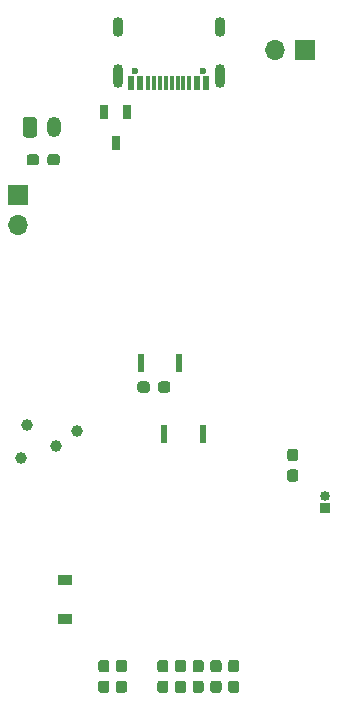
<source format=gbr>
%TF.GenerationSoftware,KiCad,Pcbnew,(5.99.0-2309-gaf729d578)*%
%TF.CreationDate,2020-07-18T18:02:02-04:00*%
%TF.ProjectId,mk2,6d6b322e-6b69-4636-9164-5f7063625858,rev?*%
%TF.SameCoordinates,Original*%
%TF.FileFunction,Soldermask,Bot*%
%TF.FilePolarity,Negative*%
%FSLAX46Y46*%
G04 Gerber Fmt 4.6, Leading zero omitted, Abs format (unit mm)*
G04 Created by KiCad (PCBNEW (5.99.0-2309-gaf729d578)) date 2020-07-18 18:02:02*
%MOMM*%
%LPD*%
G01*
G04 APERTURE LIST*
%ADD10O,1.200000X1.750000*%
%ADD11O,0.850000X0.850000*%
%ADD12R,0.850000X0.850000*%
%ADD13R,0.600000X1.160000*%
%ADD14C,0.600000*%
%ADD15R,0.300000X1.160000*%
%ADD16O,0.900000X1.700000*%
%ADD17O,0.900000X2.000000*%
%ADD18C,1.000000*%
%ADD19O,1.700000X1.700000*%
%ADD20R,1.700000X1.700000*%
%ADD21R,0.550000X1.500000*%
%ADD22R,1.200000X0.900000*%
%ADD23R,0.650000X1.220000*%
G04 APERTURE END LIST*
D10*
%TO.C,BT1*%
X15250000Y-20500000D03*
G36*
G01*
X12650000Y-21125000D02*
X12650000Y-19875000D01*
G75*
G02*
X12900000Y-19625000I250000J0D01*
G01*
X13600000Y-19625000D01*
G75*
G02*
X13850000Y-19875000I0J-250000D01*
G01*
X13850000Y-21125000D01*
G75*
G02*
X13600000Y-21375000I-250000J0D01*
G01*
X12900000Y-21375000D01*
G75*
G02*
X12650000Y-21125000I0J250000D01*
G01*
G37*
%TD*%
D11*
%TO.C,J3*%
X38250000Y-51750000D03*
D12*
X38250000Y-52750000D03*
%TD*%
D13*
%TO.C,J2*%
X28200000Y-16760000D03*
X27400000Y-16760000D03*
X21800000Y-16760000D03*
X22600000Y-16760000D03*
D14*
X22110000Y-15700000D03*
X27890000Y-15700000D03*
D15*
X26750000Y-16760000D03*
X25750000Y-16760000D03*
X26250000Y-16760000D03*
X23750000Y-16760000D03*
X23250000Y-16760000D03*
X25250000Y-16760000D03*
X24750000Y-16760000D03*
X24250000Y-16760000D03*
D16*
X29320000Y-12010000D03*
X20680000Y-12010000D03*
D17*
X29320000Y-16180000D03*
X20680000Y-16180000D03*
%TD*%
D18*
%TO.C,TP4*%
X12500000Y-48500000D03*
%TD*%
%TO.C,TP3*%
X13000000Y-45750000D03*
%TD*%
%TO.C,TP2*%
X15500000Y-47500000D03*
%TD*%
%TO.C,TP1*%
X17250000Y-46250000D03*
%TD*%
D19*
%TO.C,D8*%
X33960000Y-14000000D03*
D20*
X36500000Y-14000000D03*
%TD*%
D19*
%TO.C,D7*%
X12250000Y-28790000D03*
D20*
X12250000Y-26250000D03*
%TD*%
D21*
%TO.C,SW_BOOT1*%
X24625000Y-46500000D03*
X27875000Y-46500000D03*
%TD*%
%TO.C,SW_RESET1*%
X25875000Y-40500000D03*
X22625000Y-40500000D03*
%TD*%
%TO.C,R8*%
G36*
G01*
X20762500Y-67350000D02*
X21237500Y-67350000D01*
G75*
G02*
X21475000Y-67587500I0J-237500D01*
G01*
X21475000Y-68162500D01*
G75*
G02*
X21237500Y-68400000I-237500J0D01*
G01*
X20762500Y-68400000D01*
G75*
G02*
X20525000Y-68162500I0J237500D01*
G01*
X20525000Y-67587500D01*
G75*
G02*
X20762500Y-67350000I237500J0D01*
G01*
G37*
G36*
G01*
X20762500Y-65600000D02*
X21237500Y-65600000D01*
G75*
G02*
X21475000Y-65837500I0J-237500D01*
G01*
X21475000Y-66412500D01*
G75*
G02*
X21237500Y-66650000I-237500J0D01*
G01*
X20762500Y-66650000D01*
G75*
G02*
X20525000Y-66412500I0J237500D01*
G01*
X20525000Y-65837500D01*
G75*
G02*
X20762500Y-65600000I237500J0D01*
G01*
G37*
%TD*%
%TO.C,R7*%
G36*
G01*
X19262500Y-67350000D02*
X19737500Y-67350000D01*
G75*
G02*
X19975000Y-67587500I0J-237500D01*
G01*
X19975000Y-68162500D01*
G75*
G02*
X19737500Y-68400000I-237500J0D01*
G01*
X19262500Y-68400000D01*
G75*
G02*
X19025000Y-68162500I0J237500D01*
G01*
X19025000Y-67587500D01*
G75*
G02*
X19262500Y-67350000I237500J0D01*
G01*
G37*
G36*
G01*
X19262500Y-65600000D02*
X19737500Y-65600000D01*
G75*
G02*
X19975000Y-65837500I0J-237500D01*
G01*
X19975000Y-66412500D01*
G75*
G02*
X19737500Y-66650000I-237500J0D01*
G01*
X19262500Y-66650000D01*
G75*
G02*
X19025000Y-66412500I0J237500D01*
G01*
X19025000Y-65837500D01*
G75*
G02*
X19262500Y-65600000I237500J0D01*
G01*
G37*
%TD*%
%TO.C,R6*%
G36*
G01*
X23400000Y-42262500D02*
X23400000Y-42737500D01*
G75*
G02*
X23162500Y-42975000I-237500J0D01*
G01*
X22587500Y-42975000D01*
G75*
G02*
X22350000Y-42737500I0J237500D01*
G01*
X22350000Y-42262500D01*
G75*
G02*
X22587500Y-42025000I237500J0D01*
G01*
X23162500Y-42025000D01*
G75*
G02*
X23400000Y-42262500I0J-237500D01*
G01*
G37*
G36*
G01*
X25150000Y-42262500D02*
X25150000Y-42737500D01*
G75*
G02*
X24912500Y-42975000I-237500J0D01*
G01*
X24337500Y-42975000D01*
G75*
G02*
X24100000Y-42737500I0J237500D01*
G01*
X24100000Y-42262500D01*
G75*
G02*
X24337500Y-42025000I237500J0D01*
G01*
X24912500Y-42025000D01*
G75*
G02*
X25150000Y-42262500I0J-237500D01*
G01*
G37*
%TD*%
D22*
%TO.C,D3*%
X16250000Y-58850000D03*
X16250000Y-62150000D03*
%TD*%
D23*
%TO.C,D1*%
X20500000Y-21810000D03*
X21450000Y-19190000D03*
X19550000Y-19190000D03*
%TD*%
%TO.C,C20*%
G36*
G01*
X14725000Y-23487500D02*
X14725000Y-23012500D01*
G75*
G02*
X14962500Y-22775000I237500J0D01*
G01*
X15537500Y-22775000D01*
G75*
G02*
X15775000Y-23012500I0J-237500D01*
G01*
X15775000Y-23487500D01*
G75*
G02*
X15537500Y-23725000I-237500J0D01*
G01*
X14962500Y-23725000D01*
G75*
G02*
X14725000Y-23487500I0J237500D01*
G01*
G37*
G36*
G01*
X12975000Y-23487500D02*
X12975000Y-23012500D01*
G75*
G02*
X13212500Y-22775000I237500J0D01*
G01*
X13787500Y-22775000D01*
G75*
G02*
X14025000Y-23012500I0J-237500D01*
G01*
X14025000Y-23487500D01*
G75*
G02*
X13787500Y-23725000I-237500J0D01*
G01*
X13212500Y-23725000D01*
G75*
G02*
X12975000Y-23487500I0J237500D01*
G01*
G37*
%TD*%
%TO.C,C15*%
G36*
G01*
X26237500Y-66650000D02*
X25762500Y-66650000D01*
G75*
G02*
X25525000Y-66412500I0J237500D01*
G01*
X25525000Y-65837500D01*
G75*
G02*
X25762500Y-65600000I237500J0D01*
G01*
X26237500Y-65600000D01*
G75*
G02*
X26475000Y-65837500I0J-237500D01*
G01*
X26475000Y-66412500D01*
G75*
G02*
X26237500Y-66650000I-237500J0D01*
G01*
G37*
G36*
G01*
X26237500Y-68400000D02*
X25762500Y-68400000D01*
G75*
G02*
X25525000Y-68162500I0J237500D01*
G01*
X25525000Y-67587500D01*
G75*
G02*
X25762500Y-67350000I237500J0D01*
G01*
X26237500Y-67350000D01*
G75*
G02*
X26475000Y-67587500I0J-237500D01*
G01*
X26475000Y-68162500D01*
G75*
G02*
X26237500Y-68400000I-237500J0D01*
G01*
G37*
%TD*%
%TO.C,C12*%
G36*
G01*
X30737500Y-66650000D02*
X30262500Y-66650000D01*
G75*
G02*
X30025000Y-66412500I0J237500D01*
G01*
X30025000Y-65837500D01*
G75*
G02*
X30262500Y-65600000I237500J0D01*
G01*
X30737500Y-65600000D01*
G75*
G02*
X30975000Y-65837500I0J-237500D01*
G01*
X30975000Y-66412500D01*
G75*
G02*
X30737500Y-66650000I-237500J0D01*
G01*
G37*
G36*
G01*
X30737500Y-68400000D02*
X30262500Y-68400000D01*
G75*
G02*
X30025000Y-68162500I0J237500D01*
G01*
X30025000Y-67587500D01*
G75*
G02*
X30262500Y-67350000I237500J0D01*
G01*
X30737500Y-67350000D01*
G75*
G02*
X30975000Y-67587500I0J-237500D01*
G01*
X30975000Y-68162500D01*
G75*
G02*
X30737500Y-68400000I-237500J0D01*
G01*
G37*
%TD*%
%TO.C,C11*%
G36*
G01*
X29237500Y-66650000D02*
X28762500Y-66650000D01*
G75*
G02*
X28525000Y-66412500I0J237500D01*
G01*
X28525000Y-65837500D01*
G75*
G02*
X28762500Y-65600000I237500J0D01*
G01*
X29237500Y-65600000D01*
G75*
G02*
X29475000Y-65837500I0J-237500D01*
G01*
X29475000Y-66412500D01*
G75*
G02*
X29237500Y-66650000I-237500J0D01*
G01*
G37*
G36*
G01*
X29237500Y-68400000D02*
X28762500Y-68400000D01*
G75*
G02*
X28525000Y-68162500I0J237500D01*
G01*
X28525000Y-67587500D01*
G75*
G02*
X28762500Y-67350000I237500J0D01*
G01*
X29237500Y-67350000D01*
G75*
G02*
X29475000Y-67587500I0J-237500D01*
G01*
X29475000Y-68162500D01*
G75*
G02*
X29237500Y-68400000I-237500J0D01*
G01*
G37*
%TD*%
%TO.C,C10*%
G36*
G01*
X27737500Y-66650000D02*
X27262500Y-66650000D01*
G75*
G02*
X27025000Y-66412500I0J237500D01*
G01*
X27025000Y-65837500D01*
G75*
G02*
X27262500Y-65600000I237500J0D01*
G01*
X27737500Y-65600000D01*
G75*
G02*
X27975000Y-65837500I0J-237500D01*
G01*
X27975000Y-66412500D01*
G75*
G02*
X27737500Y-66650000I-237500J0D01*
G01*
G37*
G36*
G01*
X27737500Y-68400000D02*
X27262500Y-68400000D01*
G75*
G02*
X27025000Y-68162500I0J237500D01*
G01*
X27025000Y-67587500D01*
G75*
G02*
X27262500Y-67350000I237500J0D01*
G01*
X27737500Y-67350000D01*
G75*
G02*
X27975000Y-67587500I0J-237500D01*
G01*
X27975000Y-68162500D01*
G75*
G02*
X27737500Y-68400000I-237500J0D01*
G01*
G37*
%TD*%
%TO.C,C9*%
G36*
G01*
X24262500Y-67350000D02*
X24737500Y-67350000D01*
G75*
G02*
X24975000Y-67587500I0J-237500D01*
G01*
X24975000Y-68162500D01*
G75*
G02*
X24737500Y-68400000I-237500J0D01*
G01*
X24262500Y-68400000D01*
G75*
G02*
X24025000Y-68162500I0J237500D01*
G01*
X24025000Y-67587500D01*
G75*
G02*
X24262500Y-67350000I237500J0D01*
G01*
G37*
G36*
G01*
X24262500Y-65600000D02*
X24737500Y-65600000D01*
G75*
G02*
X24975000Y-65837500I0J-237500D01*
G01*
X24975000Y-66412500D01*
G75*
G02*
X24737500Y-66650000I-237500J0D01*
G01*
X24262500Y-66650000D01*
G75*
G02*
X24025000Y-66412500I0J237500D01*
G01*
X24025000Y-65837500D01*
G75*
G02*
X24262500Y-65600000I237500J0D01*
G01*
G37*
%TD*%
%TO.C,C6*%
G36*
G01*
X35737500Y-48775000D02*
X35262500Y-48775000D01*
G75*
G02*
X35025000Y-48537500I0J237500D01*
G01*
X35025000Y-47962500D01*
G75*
G02*
X35262500Y-47725000I237500J0D01*
G01*
X35737500Y-47725000D01*
G75*
G02*
X35975000Y-47962500I0J-237500D01*
G01*
X35975000Y-48537500D01*
G75*
G02*
X35737500Y-48775000I-237500J0D01*
G01*
G37*
G36*
G01*
X35737500Y-50525000D02*
X35262500Y-50525000D01*
G75*
G02*
X35025000Y-50287500I0J237500D01*
G01*
X35025000Y-49712500D01*
G75*
G02*
X35262500Y-49475000I237500J0D01*
G01*
X35737500Y-49475000D01*
G75*
G02*
X35975000Y-49712500I0J-237500D01*
G01*
X35975000Y-50287500D01*
G75*
G02*
X35737500Y-50525000I-237500J0D01*
G01*
G37*
%TD*%
M02*

</source>
